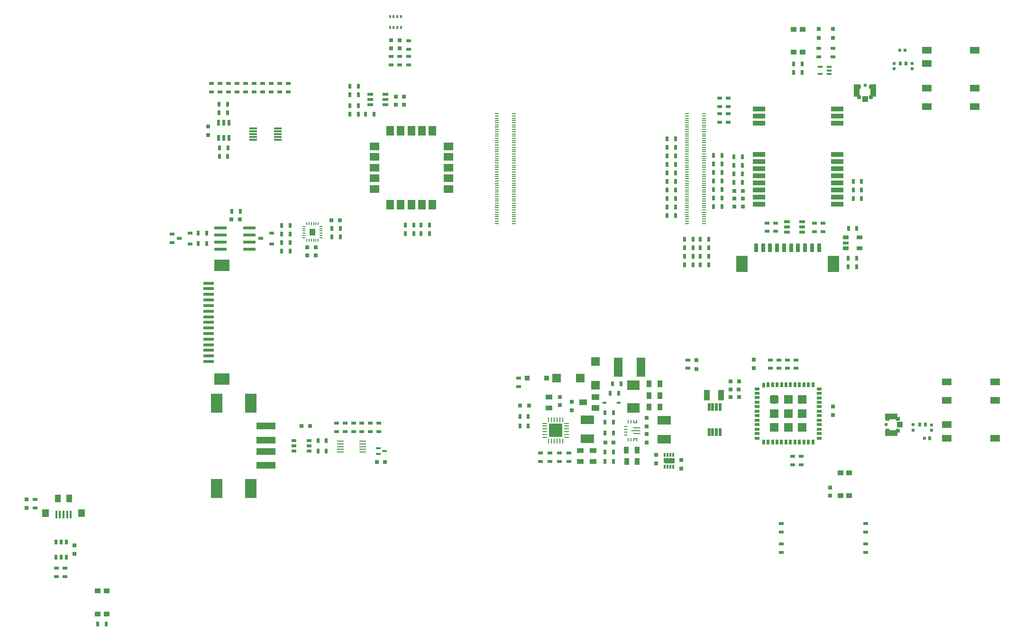
<source format=gtp>
G04*
G04 #@! TF.GenerationSoftware,Altium Limited,Altium Designer,22.8.2 (66)*
G04*
G04 Layer_Color=8421504*
%FSAX25Y25*%
%MOIN*%
G70*
G04*
G04 #@! TF.SameCoordinates,6D899778-4568-4F72-86F0-953F423F45E2*
G04*
G04*
G04 #@! TF.FilePolarity,Positive*
G04*
G01*
G75*
%ADD20R,0.03780X0.01968*%
%ADD21R,0.03740X0.01929*%
%ADD22R,0.03740X0.01929*%
%ADD23R,0.01929X0.03740*%
%ADD24R,0.03150X0.06299*%
%ADD25R,0.08268X0.11811*%
%ADD26R,0.02756X0.00787*%
%ADD27R,0.02362X0.03543*%
%ADD28R,0.03937X0.03543*%
%ADD29R,0.02953X0.03150*%
%ADD30R,0.01968X0.02284*%
%ADD31R,0.04134X0.08661*%
%ADD32R,0.03937X0.03937*%
%ADD33R,0.02441X0.02244*%
%ADD34R,0.07087X0.05118*%
%ADD35R,0.11024X0.08268*%
%ADD36R,0.07480X0.02362*%
%ADD37R,0.03937X0.03937*%
%ADD38R,0.08661X0.04134*%
%ADD39R,0.03150X0.02953*%
%ADD40R,0.02284X0.01968*%
%ADD41R,0.01575X0.05512*%
%ADD42R,0.04102X0.05480*%
%ADD43R,0.04724X0.05512*%
%ADD44R,0.03150X0.03150*%
%ADD45R,0.04872X0.00837*%
%ADD46R,0.03768X0.01322*%
%ADD47R,0.03937X0.03150*%
%ADD48R,0.03937X0.02362*%
%ADD49R,0.04488X0.05118*%
%ADD50R,0.01968X0.00787*%
%ADD51R,0.00787X0.01968*%
%ADD52R,0.08661X0.02362*%
%ADD53R,0.08661X0.02362*%
%ADD54R,0.03584X0.01308*%
%ADD55R,0.04331X0.02362*%
%ADD56R,0.03740X0.01890*%
%ADD57R,0.03543X0.02362*%
%ADD58R,0.02244X0.02441*%
%ADD59R,0.03150X0.03150*%
%ADD60R,0.01890X0.03740*%
%ADD61R,0.13780X0.04921*%
%ADD62R,0.07874X0.13780*%
%ADD63R,0.02362X0.02520*%
%ADD64R,0.01772X0.01929*%
%ADD65R,0.08661X0.03543*%
%ADD66R,0.03543X0.05118*%
%ADD67R,0.05118X0.03543*%
%ADD68R,0.05512X0.03937*%
%ADD69R,0.05906X0.06299*%
%ADD70R,0.06102X0.13583*%
%ADD71R,0.01968X0.05512*%
%ADD72R,0.09449X0.06299*%
G04:AMPARAMS|DCode=73|XSize=9.84mil|YSize=23.62mil|CornerRadius=2.46mil|HoleSize=0mil|Usage=FLASHONLY|Rotation=90.000|XOffset=0mil|YOffset=0mil|HoleType=Round|Shape=RoundedRectangle|*
%AMROUNDEDRECTD73*
21,1,0.00984,0.01870,0,0,90.0*
21,1,0.00492,0.02362,0,0,90.0*
1,1,0.00492,0.00935,0.00246*
1,1,0.00492,0.00935,-0.00246*
1,1,0.00492,-0.00935,-0.00246*
1,1,0.00492,-0.00935,0.00246*
%
%ADD73ROUNDEDRECTD73*%
G04:AMPARAMS|DCode=74|XSize=9.84mil|YSize=23.62mil|CornerRadius=2.46mil|HoleSize=0mil|Usage=FLASHONLY|Rotation=0.000|XOffset=0mil|YOffset=0mil|HoleType=Round|Shape=RoundedRectangle|*
%AMROUNDEDRECTD74*
21,1,0.00984,0.01870,0,0,0.0*
21,1,0.00492,0.02362,0,0,0.0*
1,1,0.00492,0.00246,-0.00935*
1,1,0.00492,-0.00246,-0.00935*
1,1,0.00492,-0.00246,0.00935*
1,1,0.00492,0.00246,0.00935*
%
%ADD74ROUNDEDRECTD74*%
G04:AMPARAMS|DCode=75|XSize=9.84mil|YSize=53.15mil|CornerRadius=2.46mil|HoleSize=0mil|Usage=FLASHONLY|Rotation=90.000|XOffset=0mil|YOffset=0mil|HoleType=Round|Shape=RoundedRectangle|*
%AMROUNDEDRECTD75*
21,1,0.00984,0.04823,0,0,90.0*
21,1,0.00492,0.05315,0,0,90.0*
1,1,0.00492,0.02411,0.00246*
1,1,0.00492,0.02411,-0.00246*
1,1,0.00492,-0.02411,-0.00246*
1,1,0.00492,-0.02411,0.00246*
%
%ADD75ROUNDEDRECTD75*%
G04:AMPARAMS|DCode=76|XSize=9.84mil|YSize=27.56mil|CornerRadius=2.46mil|HoleSize=0mil|Usage=FLASHONLY|Rotation=90.000|XOffset=0mil|YOffset=0mil|HoleType=Round|Shape=RoundedRectangle|*
%AMROUNDEDRECTD76*
21,1,0.00984,0.02264,0,0,90.0*
21,1,0.00492,0.02756,0,0,90.0*
1,1,0.00492,0.01132,0.00246*
1,1,0.00492,0.01132,-0.00246*
1,1,0.00492,-0.01132,-0.00246*
1,1,0.00492,-0.01132,0.00246*
%
%ADD76ROUNDEDRECTD76*%
G04:AMPARAMS|DCode=77|XSize=9.84mil|YSize=66.93mil|CornerRadius=2.46mil|HoleSize=0mil|Usage=FLASHONLY|Rotation=90.000|XOffset=0mil|YOffset=0mil|HoleType=Round|Shape=RoundedRectangle|*
%AMROUNDEDRECTD77*
21,1,0.00984,0.06201,0,0,90.0*
21,1,0.00492,0.06693,0,0,90.0*
1,1,0.00492,0.03100,0.00246*
1,1,0.00492,0.03100,-0.00246*
1,1,0.00492,-0.03100,-0.00246*
1,1,0.00492,-0.03100,0.00246*
%
%ADD77ROUNDEDRECTD77*%
%ADD78R,0.08504X0.07008*%
%ADD79R,0.04331X0.07480*%
%ADD80R,0.02756X0.01772*%
%ADD81R,0.06299X0.05906*%
%ADD82O,0.03543X0.00984*%
%ADD83O,0.00984X0.03543*%
%ADD84R,0.09449X0.09449*%
G04:AMPARAMS|DCode=85|XSize=59.06mil|YSize=59.06mil|CornerRadius=5.91mil|HoleSize=0mil|Usage=FLASHONLY|Rotation=0.000|XOffset=0mil|YOffset=0mil|HoleType=Round|Shape=RoundedRectangle|*
%AMROUNDEDRECTD85*
21,1,0.05906,0.04724,0,0,0.0*
21,1,0.04724,0.05906,0,0,0.0*
1,1,0.01181,0.02362,-0.02362*
1,1,0.01181,-0.02362,-0.02362*
1,1,0.01181,-0.02362,0.02362*
1,1,0.01181,0.02362,0.02362*
%
%ADD85ROUNDEDRECTD85*%
%ADD86R,0.05906X0.05906*%
%ADD87R,0.01181X0.02756*%
%ADD88R,0.01968X0.01968*%
%ADD89R,0.03543X0.03740*%
%ADD90R,0.05709X0.01181*%
%ADD91C,0.00039*%
%ADD92R,0.02362X0.04331*%
%ADD93R,0.05512X0.06693*%
%ADD94R,0.06693X0.05512*%
%ADD95R,0.02244X0.02520*%
G36*
X0690405Y0353878D02*
X0690404Y0353583D01*
X0690404Y0350139D01*
X0683712Y0350139D01*
X0682727Y0351123D01*
X0682727Y0353588D01*
X0682728Y0353880D01*
X0690405Y0353878D01*
D02*
G37*
D20*
X0748652Y0402737D02*
D03*
X0792196Y0402698D02*
D03*
Y0399548D02*
D03*
Y0396399D02*
D03*
Y0393249D02*
D03*
Y0390099D02*
D03*
Y0386950D02*
D03*
Y0383800D02*
D03*
Y0380651D02*
D03*
Y0377501D02*
D03*
Y0374352D02*
D03*
Y0371202D02*
D03*
Y0368052D02*
D03*
D21*
X0748633Y0399607D02*
D03*
Y0396418D02*
D03*
Y0390119D02*
D03*
Y0386969D02*
D03*
Y0383820D02*
D03*
Y0380670D02*
D03*
Y0377521D02*
D03*
Y0374371D02*
D03*
Y0371222D02*
D03*
Y0368072D02*
D03*
D22*
Y0393269D02*
D03*
D23*
X0753081Y0365395D02*
D03*
X0756231D02*
D03*
X0759420D02*
D03*
X0762570D02*
D03*
X0765680D02*
D03*
X0768830D02*
D03*
X0771979D02*
D03*
X0775129D02*
D03*
X0778278D02*
D03*
X0781428D02*
D03*
X0784617D02*
D03*
X0787924D02*
D03*
X0753081Y0405395D02*
D03*
X0756270Y0405434D02*
D03*
X0759420D02*
D03*
X0762570D02*
D03*
X0765719D02*
D03*
X0768830D02*
D03*
X0771979D02*
D03*
X0775129D02*
D03*
X0778278D02*
D03*
X0781428D02*
D03*
X0784578D02*
D03*
X0787767D02*
D03*
D24*
X0752753Y0502029D02*
D03*
X0767517D02*
D03*
X0777359D02*
D03*
X0782281D02*
D03*
X0792123D02*
D03*
X0772438D02*
D03*
X0762596D02*
D03*
X0757674D02*
D03*
X0747832D02*
D03*
X0787202D02*
D03*
D25*
X0737792Y0490611D02*
D03*
X0802162D02*
D03*
D26*
X0565548Y0596221D02*
D03*
X0577674D02*
D03*
X0565548Y0594647D02*
D03*
X0577674D02*
D03*
X0565548Y0593072D02*
D03*
X0577674D02*
D03*
X0565548Y0591497D02*
D03*
X0577674D02*
D03*
X0565548Y0589922D02*
D03*
X0577674D02*
D03*
X0565548Y0588347D02*
D03*
X0577674D02*
D03*
X0565548Y0586773D02*
D03*
X0577674D02*
D03*
X0565548Y0585198D02*
D03*
X0577674D02*
D03*
X0565548Y0583623D02*
D03*
X0577674D02*
D03*
X0565548Y0582048D02*
D03*
X0577674D02*
D03*
X0565548Y0580474D02*
D03*
X0577674D02*
D03*
X0565548Y0578899D02*
D03*
X0577674D02*
D03*
X0565548Y0577324D02*
D03*
X0577674D02*
D03*
X0565548Y0575749D02*
D03*
X0577674D02*
D03*
X0565548Y0574174D02*
D03*
X0577674D02*
D03*
X0565548Y0572600D02*
D03*
X0577674D02*
D03*
X0565548Y0571025D02*
D03*
X0577674D02*
D03*
X0565548Y0569450D02*
D03*
X0577674D02*
D03*
X0565548Y0567875D02*
D03*
X0577674D02*
D03*
X0565548Y0566300D02*
D03*
X0577674D02*
D03*
X0565548Y0564725D02*
D03*
X0577674D02*
D03*
X0565548Y0563151D02*
D03*
X0577674D02*
D03*
X0565548Y0561576D02*
D03*
X0577674D02*
D03*
X0565548Y0560001D02*
D03*
X0577674D02*
D03*
X0565548Y0558426D02*
D03*
X0577674D02*
D03*
X0565548Y0556851D02*
D03*
X0577674D02*
D03*
X0565548Y0555277D02*
D03*
X0577674D02*
D03*
X0565548Y0553702D02*
D03*
X0577674D02*
D03*
X0565548Y0552127D02*
D03*
X0577674D02*
D03*
X0565548Y0550552D02*
D03*
X0577674D02*
D03*
X0565548Y0548977D02*
D03*
X0577674D02*
D03*
X0565548Y0547403D02*
D03*
X0577674D02*
D03*
X0565548Y0545828D02*
D03*
X0577674D02*
D03*
X0565548Y0544253D02*
D03*
X0577674D02*
D03*
X0565548Y0542678D02*
D03*
X0577674D02*
D03*
X0565548Y0541103D02*
D03*
X0577674D02*
D03*
X0565548Y0539529D02*
D03*
X0577674D02*
D03*
X0565548Y0537954D02*
D03*
X0577674D02*
D03*
X0565548Y0536379D02*
D03*
X0577674D02*
D03*
X0565548Y0534804D02*
D03*
X0577674D02*
D03*
X0565548Y0533229D02*
D03*
X0577674D02*
D03*
X0565548Y0531655D02*
D03*
X0577674D02*
D03*
X0565548Y0530080D02*
D03*
X0577674D02*
D03*
X0565548Y0528505D02*
D03*
X0577674D02*
D03*
X0565548Y0526930D02*
D03*
X0577674D02*
D03*
X0565548Y0525355D02*
D03*
X0577674D02*
D03*
X0565548Y0523781D02*
D03*
X0577674D02*
D03*
X0565548Y0522206D02*
D03*
X0577674D02*
D03*
X0565548Y0520631D02*
D03*
X0577674D02*
D03*
X0565548Y0519056D02*
D03*
X0577674D02*
D03*
X0699092Y0596221D02*
D03*
X0711218D02*
D03*
X0699092Y0594647D02*
D03*
X0711218D02*
D03*
X0699092Y0593072D02*
D03*
X0711218D02*
D03*
X0699092Y0591497D02*
D03*
X0711218D02*
D03*
X0699092Y0589922D02*
D03*
X0711218D02*
D03*
X0699092Y0588347D02*
D03*
X0711218D02*
D03*
X0699092Y0586773D02*
D03*
X0711218D02*
D03*
X0699092Y0585198D02*
D03*
X0711218D02*
D03*
X0699092Y0583623D02*
D03*
X0711218D02*
D03*
X0699092Y0582048D02*
D03*
X0711218D02*
D03*
X0699092Y0580474D02*
D03*
X0711218D02*
D03*
X0699092Y0578899D02*
D03*
X0711218D02*
D03*
X0699092Y0577324D02*
D03*
X0711218D02*
D03*
X0699092Y0575749D02*
D03*
X0711218D02*
D03*
X0699092Y0574174D02*
D03*
X0711218D02*
D03*
X0699092Y0572600D02*
D03*
X0711218D02*
D03*
X0699092Y0571025D02*
D03*
X0711218D02*
D03*
X0699092Y0569450D02*
D03*
X0711218D02*
D03*
X0699092Y0567875D02*
D03*
X0711218D02*
D03*
X0699092Y0566300D02*
D03*
X0711218D02*
D03*
X0699092Y0564725D02*
D03*
X0711218D02*
D03*
X0699092Y0563151D02*
D03*
X0711218D02*
D03*
X0699092Y0561576D02*
D03*
X0711218D02*
D03*
X0699092Y0560001D02*
D03*
X0711218D02*
D03*
X0699092Y0558426D02*
D03*
X0711218D02*
D03*
X0699092Y0556851D02*
D03*
X0711218D02*
D03*
X0699092Y0555277D02*
D03*
X0711218D02*
D03*
X0699092Y0553702D02*
D03*
X0711218D02*
D03*
X0699092Y0552127D02*
D03*
X0711218D02*
D03*
X0699092Y0550552D02*
D03*
X0711218D02*
D03*
X0699092Y0548977D02*
D03*
X0711218D02*
D03*
X0699092Y0547403D02*
D03*
X0711218D02*
D03*
X0699092Y0545828D02*
D03*
X0711218D02*
D03*
X0699092Y0544253D02*
D03*
X0711218D02*
D03*
X0699092Y0542678D02*
D03*
X0711218D02*
D03*
X0699092Y0541103D02*
D03*
X0711218D02*
D03*
X0699092Y0539529D02*
D03*
X0711218D02*
D03*
X0699092Y0537954D02*
D03*
X0711218D02*
D03*
X0699092Y0536379D02*
D03*
X0711218D02*
D03*
X0699092Y0534804D02*
D03*
X0711218D02*
D03*
X0699092Y0533229D02*
D03*
X0711218D02*
D03*
X0699092Y0531655D02*
D03*
X0711218D02*
D03*
X0699092Y0530080D02*
D03*
X0711218D02*
D03*
X0699092Y0528505D02*
D03*
X0711218D02*
D03*
X0699092Y0526930D02*
D03*
X0711218D02*
D03*
X0699092Y0525355D02*
D03*
X0711218D02*
D03*
X0699092Y0523781D02*
D03*
X0711218D02*
D03*
X0699092Y0522206D02*
D03*
X0711218D02*
D03*
X0699092Y0520631D02*
D03*
X0711218D02*
D03*
X0699092Y0519056D02*
D03*
X0711218D02*
D03*
D27*
X0774210Y0625257D02*
D03*
X0780115D02*
D03*
X0780135Y0631283D02*
D03*
X0774229D02*
D03*
X0708560Y0507926D02*
D03*
X0714466D02*
D03*
X0708560Y0501922D02*
D03*
X0714466D02*
D03*
X0697537D02*
D03*
X0703442D02*
D03*
Y0507926D02*
D03*
X0697537D02*
D03*
X0717910Y0566989D02*
D03*
X0723816D02*
D03*
X0455404Y0515427D02*
D03*
X0449499D02*
D03*
X0455404Y0509423D02*
D03*
X0449499D02*
D03*
X0818600Y0488664D02*
D03*
X0812694D02*
D03*
X0818584Y0494689D02*
D03*
X0812679D02*
D03*
X0691252Y0554476D02*
D03*
X0685347D02*
D03*
X0691252Y0548472D02*
D03*
X0685347D02*
D03*
X0818698Y0515611D02*
D03*
X0812792D02*
D03*
X0718009Y0530966D02*
D03*
X0723914D02*
D03*
X0685332Y0524470D02*
D03*
X0691237D02*
D03*
X0718009Y0536970D02*
D03*
X0723914D02*
D03*
X0685332Y0530474D02*
D03*
X0691237D02*
D03*
X0685332Y0536478D02*
D03*
X0691237D02*
D03*
X0685332Y0542481D02*
D03*
X0691237D02*
D03*
X0718009Y0542974D02*
D03*
X0723914D02*
D03*
X0718009Y0548978D02*
D03*
X0723914D02*
D03*
X0723816Y0554981D02*
D03*
X0717910D02*
D03*
X0685332Y0560493D02*
D03*
X0691237D02*
D03*
X0723816Y0560985D02*
D03*
X0717910D02*
D03*
X0685332Y0566497D02*
D03*
X0691237D02*
D03*
X0685332Y0572501D02*
D03*
X0691237D02*
D03*
X0420076Y0499568D02*
D03*
X0414170D02*
D03*
X0414170Y0505572D02*
D03*
X0420076D02*
D03*
Y0517580D02*
D03*
X0414170D02*
D03*
X0361611Y0512363D02*
D03*
X0355706D02*
D03*
X0414170Y0511576D02*
D03*
X0420076D02*
D03*
X0361611Y0504784D02*
D03*
X0355706D02*
D03*
X0501238Y0512052D02*
D03*
X0507143D02*
D03*
X0385135Y0527718D02*
D03*
X0379229D02*
D03*
X0708560Y0489922D02*
D03*
X0714466D02*
D03*
X0697537D02*
D03*
X0703442D02*
D03*
X0708560Y0495926D02*
D03*
X0714466D02*
D03*
X0703442D02*
D03*
X0697537D02*
D03*
X0822044Y0536576D02*
D03*
X0816139D02*
D03*
X0822044Y0542580D02*
D03*
X0816139D02*
D03*
X0738186Y0565907D02*
D03*
X0732281D02*
D03*
X0738186Y0547796D02*
D03*
X0732281D02*
D03*
X0732281Y0559903D02*
D03*
X0738186D02*
D03*
X0822044Y0548584D02*
D03*
X0816139D02*
D03*
X0732281Y0553899D02*
D03*
X0738186D02*
D03*
X0685332Y0578505D02*
D03*
X0691237D02*
D03*
X0445666Y0358918D02*
D03*
X0439761D02*
D03*
X0501238Y0518056D02*
D03*
X0507143D02*
D03*
X0647550Y0351418D02*
D03*
X0641644D02*
D03*
X0647550Y0379371D02*
D03*
X0641644D02*
D03*
X0641644Y0386064D02*
D03*
X0647550D02*
D03*
X0641644Y0358111D02*
D03*
X0647550D02*
D03*
X0641644Y0371497D02*
D03*
X0647550D02*
D03*
X0581803Y0376615D02*
D03*
X0587709D02*
D03*
X0587707Y0383308D02*
D03*
X0581802D02*
D03*
X0651093Y0399450D02*
D03*
X0645188D02*
D03*
X0646881Y0406182D02*
D03*
X0652786D02*
D03*
X0518167Y0512052D02*
D03*
X0370371Y0596812D02*
D03*
X0518167Y0518056D02*
D03*
X0376375Y0566399D02*
D03*
X0462150Y0609589D02*
D03*
X0370487Y0572384D02*
D03*
X0376277Y0602816D02*
D03*
X0290820Y0237107D02*
D03*
X0439761Y0366300D02*
D03*
X0284914Y0237107D02*
D03*
X0512262Y0518056D02*
D03*
Y0512052D02*
D03*
X0376277Y0596812D02*
D03*
X0370371Y0602816D02*
D03*
X0376393Y0572384D02*
D03*
X0479087Y0595791D02*
D03*
X0473181D02*
D03*
X0468056Y0595770D02*
D03*
X0462150D02*
D03*
X0462150Y0601768D02*
D03*
X0468056D02*
D03*
Y0609589D02*
D03*
X0462150Y0615568D02*
D03*
X0468056D02*
D03*
X0445666Y0366300D02*
D03*
X0370470Y0566399D02*
D03*
D28*
X0774111Y0655622D02*
D03*
Y0639480D02*
D03*
X0780410D02*
D03*
Y0655622D02*
D03*
X0291056Y0244383D02*
D03*
Y0260525D02*
D03*
X0284756D02*
D03*
Y0244383D02*
D03*
X0813371Y0343650D02*
D03*
X0807071D02*
D03*
Y0327508D02*
D03*
X0813371D02*
D03*
D29*
X0820371Y0615316D02*
D03*
X0828442D02*
D03*
X0820371Y0607836D02*
D03*
X0828442D02*
D03*
D30*
X0824407Y0616143D02*
D03*
Y0607009D02*
D03*
D31*
X0818600Y0612560D02*
D03*
X0830214D02*
D03*
D32*
X0824407Y0606655D02*
D03*
D33*
X0844781Y0627875D02*
D03*
Y0631576D02*
D03*
X0857674Y0627875D02*
D03*
Y0631576D02*
D03*
X0858344Y0373722D02*
D03*
X0871237Y0373694D02*
D03*
Y0377395D02*
D03*
X0858344Y0377422D02*
D03*
D34*
X0867714Y0641005D02*
D03*
Y0631556D02*
D03*
Y0614233D02*
D03*
Y0601241D02*
D03*
X0901572Y0641005D02*
D03*
Y0601241D02*
D03*
Y0614233D02*
D03*
X0915745Y0394745D02*
D03*
Y0407737D02*
D03*
Y0367973D02*
D03*
X0881887Y0407737D02*
D03*
Y0394745D02*
D03*
Y0377422D02*
D03*
Y0367973D02*
D03*
D35*
X0372241Y0489430D02*
D03*
Y0409509D02*
D03*
D36*
X0362989Y0477029D02*
D03*
Y0473092D02*
D03*
Y0469155D02*
D03*
Y0465218D02*
D03*
Y0461281D02*
D03*
Y0457344D02*
D03*
Y0453407D02*
D03*
Y0449470D02*
D03*
Y0445533D02*
D03*
Y0441596D02*
D03*
Y0437659D02*
D03*
Y0433721D02*
D03*
Y0429784D02*
D03*
Y0425847D02*
D03*
Y0421910D02*
D03*
D37*
X0848816Y0377422D02*
D03*
D38*
X0842910Y0383229D02*
D03*
Y0371615D02*
D03*
D39*
X0847674Y0381458D02*
D03*
Y0373387D02*
D03*
X0840194Y0381458D02*
D03*
Y0373387D02*
D03*
D40*
X0848501Y0377422D02*
D03*
X0839367D02*
D03*
D41*
X0263481Y0314233D02*
D03*
X0260922D02*
D03*
X0255804D02*
D03*
X0258363D02*
D03*
X0266040D02*
D03*
D42*
X0256887Y0325454D02*
D03*
X0264958D02*
D03*
D43*
X0248324Y0315119D02*
D03*
X0273521D02*
D03*
D44*
X0384840Y0521910D02*
D03*
X0378934D02*
D03*
X0497257Y0642343D02*
D03*
X0491351D02*
D03*
X0455208Y0521234D02*
D03*
X0449302D02*
D03*
X0438088Y0496615D02*
D03*
X0432182D02*
D03*
X0438088Y0502127D02*
D03*
X0432182D02*
D03*
X0732478Y0541989D02*
D03*
X0738383D02*
D03*
X0732478Y0536478D02*
D03*
X0738383D02*
D03*
X0732478Y0530966D02*
D03*
X0738383D02*
D03*
X0491336Y0647813D02*
D03*
X0497241D02*
D03*
X0581999Y0390789D02*
D03*
X0588298D02*
D03*
X0735640Y0402225D02*
D03*
X0729735D02*
D03*
X0735719Y0407816D02*
D03*
X0729814D02*
D03*
X0647648Y0364903D02*
D03*
X0641743D02*
D03*
X0735719Y0396832D02*
D03*
X0729814D02*
D03*
X0434052Y0376438D02*
D03*
X0428147D02*
D03*
X0481100Y0351143D02*
D03*
X0487005D02*
D03*
D45*
X0471322Y0358131D02*
D03*
Y0360100D02*
D03*
Y0362068D02*
D03*
Y0364036D02*
D03*
Y0366005D02*
D03*
X0455444D02*
D03*
Y0364036D02*
D03*
Y0362068D02*
D03*
Y0360100D02*
D03*
Y0358131D02*
D03*
D46*
X0482377Y0360985D02*
D03*
Y0357048D02*
D03*
X0486712Y0359017D02*
D03*
D47*
X0811021Y0509137D02*
D03*
Y0501656D02*
D03*
X0820470D02*
D03*
Y0509137D02*
D03*
D48*
X0811021Y0505397D02*
D03*
D49*
X0435942Y0512992D02*
D03*
D50*
X0430036Y0509055D02*
D03*
Y0510630D02*
D03*
Y0512205D02*
D03*
Y0513780D02*
D03*
Y0515354D02*
D03*
Y0516929D02*
D03*
X0441848D02*
D03*
Y0515354D02*
D03*
Y0513780D02*
D03*
Y0512205D02*
D03*
Y0510630D02*
D03*
Y0509055D02*
D03*
D51*
X0432005Y0518898D02*
D03*
X0433580D02*
D03*
X0435155D02*
D03*
X0436729D02*
D03*
X0438304D02*
D03*
X0439879D02*
D03*
Y0507087D02*
D03*
X0438304D02*
D03*
X0436729D02*
D03*
X0435155D02*
D03*
X0433580D02*
D03*
X0432005D02*
D03*
D52*
X0391532Y0501025D02*
D03*
D53*
X0371060Y0516025D02*
D03*
Y0511025D02*
D03*
Y0506025D02*
D03*
Y0501025D02*
D03*
X0391532Y0516025D02*
D03*
Y0511025D02*
D03*
Y0506025D02*
D03*
D54*
X0799098Y0624139D02*
D03*
Y0626698D02*
D03*
Y0629257D02*
D03*
X0792792D02*
D03*
Y0624139D02*
D03*
D55*
X0769682Y0512757D02*
D03*
Y0516497D02*
D03*
Y0520237D02*
D03*
X0780312D02*
D03*
Y0516497D02*
D03*
Y0512757D02*
D03*
X0487083Y0606163D02*
D03*
X0476453Y0609903D02*
D03*
Y0606163D02*
D03*
Y0602422D02*
D03*
X0487083D02*
D03*
Y0609903D02*
D03*
D56*
X0399505Y0508525D02*
D03*
X0407143Y0512344D02*
D03*
Y0504706D02*
D03*
X0342340Y0508525D02*
D03*
X0349977Y0512344D02*
D03*
Y0504706D02*
D03*
X0422832Y0366399D02*
D03*
Y0358918D02*
D03*
X0433462Y0362659D02*
D03*
Y0358918D02*
D03*
Y0366399D02*
D03*
X0422832Y0362659D02*
D03*
D57*
X0470480Y0378481D02*
D03*
Y0372576D02*
D03*
X0476411Y0372577D02*
D03*
Y0378482D02*
D03*
X0464761Y0378505D02*
D03*
Y0372600D02*
D03*
X0458757Y0378505D02*
D03*
Y0372600D02*
D03*
X0791713Y0636245D02*
D03*
Y0642151D02*
D03*
X0801949Y0636245D02*
D03*
Y0642151D02*
D03*
X0503442Y0641694D02*
D03*
Y0647600D02*
D03*
X0337103Y0511576D02*
D03*
Y0505670D02*
D03*
X0503442Y0636576D02*
D03*
Y0630670D02*
D03*
X0761513Y0519351D02*
D03*
Y0513446D02*
D03*
X0755509Y0513446D02*
D03*
Y0519351D02*
D03*
X0788777Y0513249D02*
D03*
Y0519155D02*
D03*
X0794781Y0513249D02*
D03*
Y0519155D02*
D03*
X0482390Y0372577D02*
D03*
Y0378482D02*
D03*
X0240745Y0324765D02*
D03*
Y0318859D02*
D03*
X0452753Y0378505D02*
D03*
Y0372600D02*
D03*
X0418955Y0611576D02*
D03*
Y0617481D02*
D03*
X0412952Y0611576D02*
D03*
Y0617481D02*
D03*
X0376867Y0611576D02*
D03*
Y0617481D02*
D03*
X0394879Y0611576D02*
D03*
Y0617481D02*
D03*
X0388875Y0611576D02*
D03*
Y0617481D02*
D03*
X0370863Y0617481D02*
D03*
Y0611576D02*
D03*
X0382871D02*
D03*
Y0617481D02*
D03*
X0491336Y0630650D02*
D03*
Y0636555D02*
D03*
X0497320D02*
D03*
Y0630650D02*
D03*
X0580818Y0410277D02*
D03*
Y0404371D02*
D03*
X0596172Y0351615D02*
D03*
Y0357521D02*
D03*
X0602865Y0351615D02*
D03*
Y0357521D02*
D03*
X0699756Y0423072D02*
D03*
Y0417166D02*
D03*
X0757896Y0423033D02*
D03*
Y0417127D02*
D03*
X0763880Y0423033D02*
D03*
Y0417127D02*
D03*
X0773652Y0355080D02*
D03*
Y0349174D02*
D03*
X0769864Y0417127D02*
D03*
Y0423033D02*
D03*
X0779638Y0355080D02*
D03*
Y0349174D02*
D03*
X0609558Y0357521D02*
D03*
Y0351615D02*
D03*
X0616251D02*
D03*
Y0357521D02*
D03*
X0775855Y0417127D02*
D03*
Y0423033D02*
D03*
X0406948Y0611576D02*
D03*
Y0617481D02*
D03*
X0765548Y0307934D02*
D03*
X0400943Y0611576D02*
D03*
X0255847Y0276517D02*
D03*
X0400943Y0617481D02*
D03*
X0728344Y0601397D02*
D03*
X0364859Y0617481D02*
D03*
X0765548Y0302029D02*
D03*
X0255847Y0270611D02*
D03*
X0261831Y0276516D02*
D03*
Y0270611D02*
D03*
X0765548Y0293564D02*
D03*
Y0287659D02*
D03*
X0824899Y0302029D02*
D03*
Y0307934D02*
D03*
Y0293564D02*
D03*
Y0287659D02*
D03*
X0364859Y0611576D02*
D03*
X0728344Y0607303D02*
D03*
X0722340Y0607303D02*
D03*
Y0601397D02*
D03*
X0728344Y0596279D02*
D03*
Y0590374D02*
D03*
X0722340Y0596279D02*
D03*
Y0590374D02*
D03*
D58*
X0852635Y0641005D02*
D03*
X0848934D02*
D03*
X0866139Y0367973D02*
D03*
D59*
X0791713Y0649533D02*
D03*
Y0655832D02*
D03*
X0801949Y0649533D02*
D03*
Y0655832D02*
D03*
X0234938Y0324765D02*
D03*
Y0318859D02*
D03*
X0268600Y0286576D02*
D03*
Y0292481D02*
D03*
X0677570Y0356191D02*
D03*
Y0350286D02*
D03*
X0705780Y0422757D02*
D03*
Y0416458D02*
D03*
X0609853Y0391084D02*
D03*
Y0396989D02*
D03*
X0618121Y0387541D02*
D03*
Y0393446D02*
D03*
X0746159Y0423190D02*
D03*
Y0417284D02*
D03*
X0801835Y0390198D02*
D03*
Y0384292D02*
D03*
X0670837Y0382304D02*
D03*
Y0376399D02*
D03*
X0695176Y0346522D02*
D03*
Y0352428D02*
D03*
X0799965Y0327497D02*
D03*
Y0333402D02*
D03*
X0670837Y0364903D02*
D03*
Y0370808D02*
D03*
X0362497Y0581261D02*
D03*
Y0587166D02*
D03*
X0500051Y0602484D02*
D03*
Y0608389D02*
D03*
X0494524Y0608407D02*
D03*
Y0602501D02*
D03*
D60*
X0262891Y0295040D02*
D03*
X0255411D02*
D03*
X0259151Y0284411D02*
D03*
X0255411D02*
D03*
X0262891D02*
D03*
X0259151Y0295040D02*
D03*
D61*
X0403166Y0348859D02*
D03*
Y0358702D02*
D03*
Y0366576D02*
D03*
Y0376418D02*
D03*
D62*
X0392615Y0392659D02*
D03*
X0368600D02*
D03*
X0392615Y0332619D02*
D03*
X0368600D02*
D03*
D63*
X0849367Y0631556D02*
D03*
X0853147D02*
D03*
X0862950Y0377422D02*
D03*
X0866729D02*
D03*
D64*
X0498127Y0656891D02*
D03*
X0490450D02*
D03*
X0495568D02*
D03*
X0493009Y0664529D02*
D03*
X0490450D02*
D03*
X0493009Y0656891D02*
D03*
X0495568Y0664529D02*
D03*
X0498127D02*
D03*
D65*
X0804938Y0599470D02*
D03*
Y0594470D02*
D03*
Y0589470D02*
D03*
Y0567540D02*
D03*
Y0562540D02*
D03*
Y0557540D02*
D03*
Y0552540D02*
D03*
Y0547540D02*
D03*
Y0542540D02*
D03*
Y0537540D02*
D03*
Y0532540D02*
D03*
X0749820D02*
D03*
Y0537540D02*
D03*
Y0542540D02*
D03*
Y0547540D02*
D03*
Y0552540D02*
D03*
Y0557540D02*
D03*
X0749781Y0562540D02*
D03*
X0749820Y0567540D02*
D03*
Y0589470D02*
D03*
Y0594470D02*
D03*
Y0599470D02*
D03*
D66*
X0664204Y0351655D02*
D03*
X0656723D02*
D03*
X0664125Y0359686D02*
D03*
X0656644D02*
D03*
X0672589Y0389962D02*
D03*
X0680070D02*
D03*
X0672629Y0398033D02*
D03*
X0680109D02*
D03*
X0672707Y0406103D02*
D03*
X0680188D02*
D03*
D67*
X0602077Y0389410D02*
D03*
Y0396891D02*
D03*
X0624125Y0359096D02*
D03*
Y0351615D02*
D03*
X0633180Y0359096D02*
D03*
Y0351615D02*
D03*
D68*
X0626093Y0393151D02*
D03*
X0634755Y0389410D02*
D03*
Y0396891D02*
D03*
D69*
Y0421989D02*
D03*
Y0405257D02*
D03*
D70*
X0651015Y0417954D02*
D03*
X0666762D02*
D03*
D71*
X0719855Y0372245D02*
D03*
X0722414D02*
D03*
X0717296Y0389962D02*
D03*
X0719855D02*
D03*
X0722414D02*
D03*
X0714737D02*
D03*
Y0372245D02*
D03*
X0717296D02*
D03*
D72*
X0629243Y0367560D02*
D03*
Y0380946D02*
D03*
X0683141Y0367324D02*
D03*
Y0380710D02*
D03*
D73*
X0656320Y0376143D02*
D03*
Y0374174D02*
D03*
Y0372206D02*
D03*
Y0370237D02*
D03*
D74*
X0657894Y0366891D02*
D03*
X0659863D02*
D03*
X0661831D02*
D03*
X0663800D02*
D03*
Y0379489D02*
D03*
X0661831D02*
D03*
X0659863D02*
D03*
X0657894D02*
D03*
D75*
X0663898Y0371222D02*
D03*
Y0375159D02*
D03*
D76*
X0662816Y0378800D02*
D03*
Y0367580D02*
D03*
D77*
X0663209Y0373190D02*
D03*
D78*
X0661605Y0405159D02*
D03*
Y0389410D02*
D03*
D79*
X0723063Y0398387D02*
D03*
X0713221D02*
D03*
D80*
X0651093Y0392757D02*
D03*
X0641251D02*
D03*
D81*
X0624223Y0410080D02*
D03*
X0607491D02*
D03*
D82*
X0599223Y0378387D02*
D03*
Y0374450D02*
D03*
Y0372481D02*
D03*
X0614381Y0368544D02*
D03*
Y0370513D02*
D03*
Y0372481D02*
D03*
Y0374450D02*
D03*
Y0378387D02*
D03*
Y0376418D02*
D03*
X0599223D02*
D03*
Y0368544D02*
D03*
Y0370513D02*
D03*
D83*
X0601881Y0365887D02*
D03*
X0607786D02*
D03*
X0609755D02*
D03*
X0611723D02*
D03*
Y0381044D02*
D03*
X0609755D02*
D03*
X0607786D02*
D03*
X0605818D02*
D03*
X0603849D02*
D03*
X0601881D02*
D03*
X0605818Y0365887D02*
D03*
X0603849D02*
D03*
D84*
X0606802Y0373466D02*
D03*
D85*
X0760589Y0395237D02*
D03*
D86*
X0770432Y0395237D02*
D03*
X0780274Y0395237D02*
D03*
X0760589Y0385395D02*
D03*
X0770432D02*
D03*
X0780274D02*
D03*
X0760491Y0375552D02*
D03*
X0770432D02*
D03*
X0780274D02*
D03*
D87*
X0685581Y0347875D02*
D03*
X0687550D02*
D03*
X0689518D02*
D03*
Y0356143D02*
D03*
X0687550D02*
D03*
X0685581D02*
D03*
X0683613D02*
D03*
Y0347875D02*
D03*
D88*
X0686566Y0352009D02*
D03*
D89*
X0600700Y0410080D02*
D03*
X0586920D02*
D03*
D90*
X0411513Y0585788D02*
D03*
Y0583820D02*
D03*
Y0581851D02*
D03*
Y0579883D02*
D03*
Y0577914D02*
D03*
X0394190D02*
D03*
Y0579883D02*
D03*
Y0581851D02*
D03*
Y0583820D02*
D03*
Y0585788D02*
D03*
D91*
X0707635Y0303485D02*
D03*
X0712635D02*
D03*
X0707635Y0298485D02*
D03*
X0712635D02*
D03*
X0707635Y0293485D02*
D03*
X0712635D02*
D03*
D92*
X0369844Y0579212D02*
D03*
X0373584D02*
D03*
X0377324D02*
D03*
Y0589842D02*
D03*
X0373584D02*
D03*
X0369844D02*
D03*
D93*
X0520371Y0584312D02*
D03*
X0497930D02*
D03*
X0490450D02*
D03*
Y0532344D02*
D03*
X0520371D02*
D03*
X0512891D02*
D03*
X0505410D02*
D03*
X0497930D02*
D03*
X0505410Y0584312D02*
D03*
X0512891D02*
D03*
D94*
X0479426Y0573288D02*
D03*
Y0543367D02*
D03*
X0531395D02*
D03*
Y0573288D02*
D03*
Y0565808D02*
D03*
Y0558328D02*
D03*
Y0550847D02*
D03*
X0479426D02*
D03*
Y0558328D02*
D03*
Y0565808D02*
D03*
D95*
X0869840Y0367973D02*
D03*
M02*

</source>
